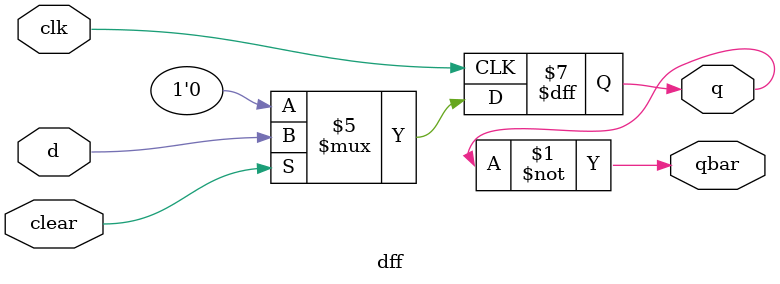
<source format=v>
`timescale 1ns / 1ps


module dff(
    output reg q,
    output wire qbar, 
    input wire d,
    input wire clear,
    input wire clk 
    );

    assign qbar= ~q;

    always @(posedge clk) begin
        if (!clear) q<= 0;      //active low clear
        else q<= d;
    end

endmodule

</source>
